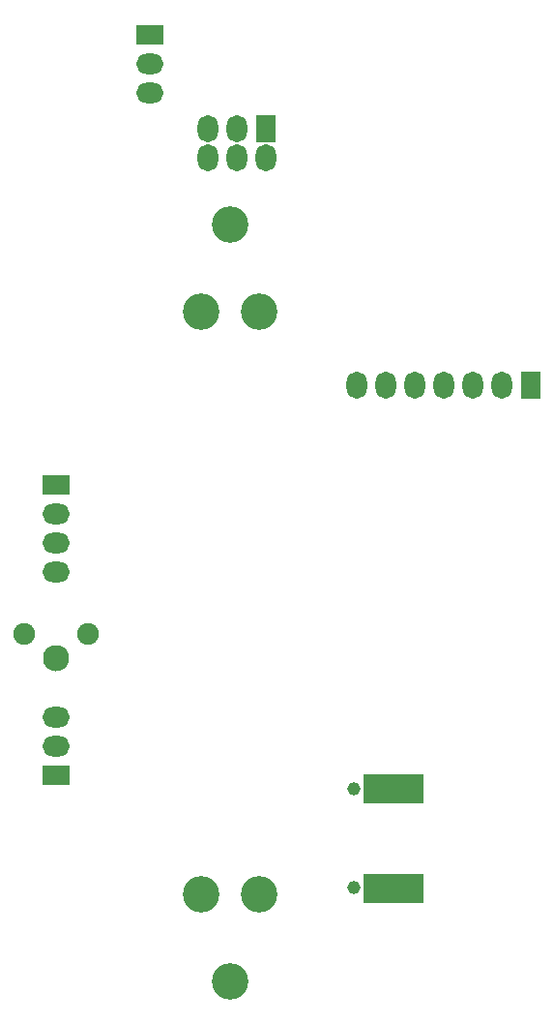
<source format=gbr>
G04 --- HEADER BEGIN --- *
%TF.GenerationSoftware,LibrePCB,LibrePCB,0.1.3*%
%TF.CreationDate,2019-12-12T00:55:15*%
%TF.ProjectId,Gfro?rli Hardware - Board,40295ca7-128f-4c1e-90ec-79de77364cdf,v2*%
%TF.Part,Single*%
%FSLAX66Y66*%
%MOMM*%
G01*
G74*
G04 --- HEADER END --- *
G04 --- APERTURE LIST BEGIN --- *
%ADD10C,2.3*%
%ADD11C,1.9*%
%ADD12R,5.28X2.613*%
%ADD13C,1.1652*%
%ADD14O,1.787X2.39*%
%ADD15R,1.787X2.39*%
%ADD16O,2.39X1.787*%
%ADD17R,2.39X1.787*%
%ADD18C,3.2*%
G04 --- APERTURE LIST END --- *
G04 --- BOARD BEGIN --- *
D10*
X6985000Y33088500D03*
D11*
X4185000Y35238500D03*
X9785000Y35238500D03*
D12*
X36512500Y21674000D03*
X36512500Y12911000D03*
D13*
X33083500Y12974500D03*
X33083500Y21610500D03*
D14*
X40957500Y56980000D03*
X35877500Y56980000D03*
X33337500Y56980000D03*
X46037500Y56980000D03*
D15*
X48577500Y56980000D03*
D14*
X43497500Y56980000D03*
X38417500Y56980000D03*
D16*
X6985000Y43180000D03*
X6985000Y45720000D03*
X6985000Y40640000D03*
D17*
X6985000Y48260000D03*
X6985000Y22860000D03*
D16*
X6985000Y27940000D03*
X6985000Y25400000D03*
D18*
X24765000Y12430000D03*
X22225000Y4810000D03*
X19685000Y12430000D03*
X22225000Y71050000D03*
X24765000Y63430000D03*
X19685000Y63430000D03*
D14*
X20320000Y79375000D03*
X22860000Y76835000D03*
X22860000Y79375000D03*
D15*
X25400000Y79375000D03*
D14*
X20320000Y76835000D03*
X25400000Y76835000D03*
D16*
X15240000Y82550000D03*
D17*
X15240000Y87630000D03*
D16*
X15240000Y85090000D03*
G04 --- BOARD END --- *
%TF.MD5,8dcbe8a6fc8444650ee623050bacea04*%
M02*

</source>
